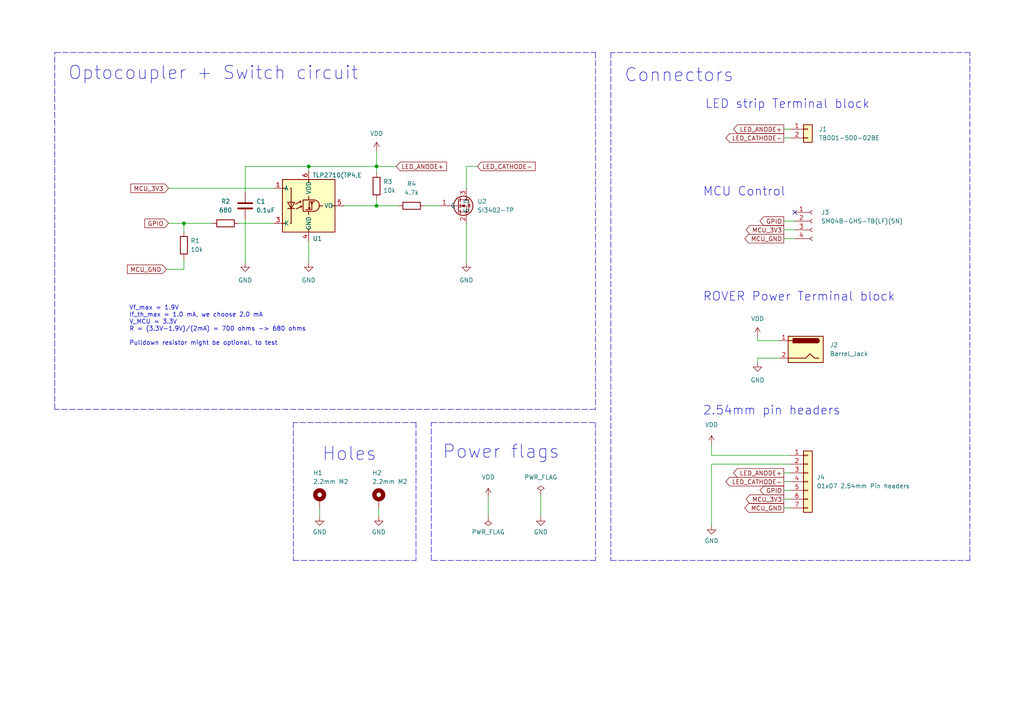
<source format=kicad_sch>
(kicad_sch (version 20211123) (generator eeschema)
  (paper "A4")
  (title_block (title "Isolated LED Switch") (rev "2") (comment 1 "Power supply: 5V") (comment 3 "Author: Vincent Nguyen"))
  (lib_symbols
    (symbol "0_Led_Switch:SI3402-TP"
      (property "Reference" "U" (at 3.175 -1.27 0))
      (property "Value" "SI3402-TP" (at 7.62 1.27 0))
      (symbol "SI3402-TP_0_1"
        (circle (center -0.889 0) (radius 2.794) (stroke (width 0.254)))
        (circle (center 0 -1.778) (radius 0.254) (fill (type outline)))
        (polyline (pts (xy -2.286 0) (xy -5.08 0)))
        (polyline (pts (xy -2.286 1.905) (xy -2.286 -1.905)) (stroke (width 0.254)))
        (polyline (pts (xy -1.778 -1.27) (xy -1.778 -2.286)) (stroke (width 0.254)))
        (polyline (pts (xy -1.778 0.508) (xy -1.778 -0.508)) (stroke (width 0.254)))
        (polyline (pts (xy -1.778 2.286) (xy -1.778 1.27)) (stroke (width 0.254)))
        (polyline (pts (xy 0 2.54) (xy 0 1.778)))
        (polyline (pts (xy 0 -2.54) (xy 0 0) (xy -1.778 0)))
        (polyline (pts (xy -1.778 -1.778) (xy 0.762 -1.778) (xy 0.762 1.778) (xy -1.778 1.778)))
        (polyline (pts (xy -1.524 0) (xy -0.508 0.381) (xy -0.508 -0.381) (xy -1.524 0)) (fill (type outline)))
        (polyline (pts (xy 0.254 0.508) (xy 0.381 0.381) (xy 1.143 0.381) (xy 1.27 0.254)))
        (polyline (pts (xy 0.762 0.381) (xy 0.381 -0.254) (xy 1.143 -0.254) (xy 0.762 0.381)))
        (circle (center 0 1.778) (radius 0.254) (fill (type outline)))
      )
      (symbol "SI3402-TP_1_1"
        (pin input line (at -7.62 0 0) (length 2.54) (name "G") (number "1"))
        (pin passive line (at 0 -5.08 90) (length 2.54) (name "S") (number "2"))
        (pin passive line (at 0 5.08 270) (length 2.54) (name "D") (number "3"))
      )
    )
    (symbol "0_Led_Switch:TLP2710(TP4,E"
      (property "Reference" "U" (at 5.08 -8.89 0))
      (property "Value" "TLP2710(TP4,E" (at 8.89 8.89 0))
      (symbol "TLP2710(TP4,E_0_1"
        (polyline (pts (xy -7.62 -5.08) (xy -6.604 -5.08)) (stroke (width 0.254)))
        (polyline (pts (xy -7.62 5.08) (xy -6.604 5.08)) (stroke (width 0.254)))
        (polyline (pts (xy -5.08 -5.08) (xy -5.334 -5.08)) (stroke (width 0.254)))
        (polyline (pts (xy -5.08 -1.27) (xy -5.08 -5.08)) (stroke (width 0.254)))
        (polyline (pts (xy -5.08 1.27) (xy -5.08 5.08)) (stroke (width 0.254)))
        (polyline (pts (xy -5.08 5.08) (xy -5.334 5.08)) (stroke (width 0.254)))
        (polyline (pts (xy 0 -7.62) (xy 0 -6.604)) (stroke (width 0.254)))
        (polyline (pts (xy 0 -1.651) (xy 0 -2.54)) (stroke (width 0.254)))
        (polyline (pts (xy 0 1.651) (xy 0 2.794)) (stroke (width 0.254)))
        (polyline (pts (xy 0 7.62) (xy 0 6.604)) (stroke (width 0.254)))
        (polyline (pts (xy 3.048 0) (xy 4.064 0)) (stroke (width 0.254)))
        (polyline (pts (xy 7.62 0) (xy 6.604 0)) (stroke (width 0.254)))
      )
      (symbol "TLP2710(TP4,E_1_1"
        (rectangle (start -7.62 7.62) (end 7.62 -7.62) (stroke (width 0.254)) (fill (type background)))
        (polyline (pts (xy -6.096 -0.762) (xy -4.064 -0.762)) (stroke (width 0.254)))
        (polyline (pts (xy -5.08 -0.762) (xy -5.08 -1.27)) (stroke (width 0.254)))
        (polyline (pts (xy -5.08 1.016) (xy -5.08 -0.762)) (stroke (width 0.254)))
        (polyline (pts (xy -5.08 1.016) (xy -5.08 1.397)) (stroke (width 0.254)))
        (polyline (pts (xy -3.81 0.508) (xy -2.286 1.27)) (stroke (width 0.254)))
        (polyline (pts (xy -3.556 -0.889) (xy -2.032 -0.127)) (stroke (width 0.254)))
        (polyline (pts (xy -2.286 1.27) (xy -2.5908 1.3716)) (stroke (width 0.254)))
        (polyline (pts (xy -2.286 1.27) (xy -2.3876 0.9144)) (stroke (width 0.254)))
        (polyline (pts (xy -2.032 -0.127) (xy -2.3368 -0.0254)) (stroke (width 0.254)))
        (polyline (pts (xy -2.032 -0.127) (xy -2.1336 -0.4826)) (stroke (width 0.254)))
        (polyline (pts (xy 0.1524 -0.8382) (xy -0.1016 -0.5842) (xy 0.4064 -0.5842)) (stroke (width 0.254)))
        (polyline (pts (xy 0.9144 0.9398) (xy 0.9144 -1.0922) (xy -0.8636 -1.0922)) (stroke (width 0.254)))
        (polyline (pts (xy -6.096 1.016) (xy -4.064 1.016) (xy -5.08 -0.762) (xy -6.096 1.016)) (stroke (width 0.254)))
        (polyline (pts (xy 0.9144 0.9398) (xy 0.6604 0.6858) (xy 1.1684 0.6858) (xy 0.9144 0.9398)) (stroke (width 0.254)))
        (polyline (pts (xy 1.4224 1.7018) (xy -1.6256 1.7018) (xy -1.6256 -1.6002) (xy 1.4224 -1.6002)) (stroke (width 0.254)))
        (polyline (pts (xy 1.6764 1.1938) (xy 0.1524 1.1938) (xy 0.1524 -0.8382) (xy 0.4064 -0.5842)) (stroke (width 0.254)))
        (arc (start 1.4224 -1.6002) (mid 2.6101 -1.1115) (end 3.0988 0.0762) (stroke (width 0.254)))
        (arc (start 3.0734 0) (mid 2.6011 1.2413) (end 1.3462 1.6764) (stroke (width 0.254)))
        (pin passive line (at -10.16 5.08 0) (length 2.54) (name "A") (number "1"))
        (pin no_connect line (at -7.62 0 0) (length 2.54) hide (name "NC") (number "2"))
        (pin passive line (at -10.16 -5.08 0) (length 2.54) (name "K") (number "3"))
        (pin power_in line (at 0 -10.16 90) (length 2.54) (name "GND") (number "4"))
        (pin output line (at 10.16 0 180) (length 2.54) (name "VO") (number "5"))
        (pin power_in line (at 0 10.16 270) (length 2.54) (name "VDD") (number "6"))
      )
    )
    (symbol "Connector:Barrel_Jack" (pin_names (offset 1.016))
      (property "Reference" "J" (at 0 5.334 0))
      (property "Value" "Barrel_Jack" (at 0 -5.08 0))
      (symbol "Barrel_Jack_0_1"
        (rectangle (start -5.08 3.81) (end 5.08 -3.81) (stroke (width 0.254)) (fill (type background)))
        (arc (start -3.302 3.175) (mid -3.937 2.54) (end -3.302 1.905) (stroke (width 0.254)))
        (arc (start -3.302 3.175) (mid -3.937 2.54) (end -3.302 1.905) (stroke (width 0.254)) (fill (type outline)))
        (polyline (pts (xy 5.08 2.54) (xy 3.81 2.54)) (stroke (width 0.254)))
        (polyline (pts (xy -3.81 -2.54) (xy -2.54 -2.54) (xy -1.27 -1.27) (xy 0 -2.54) (xy 2.54 -2.54) (xy 5.08 -2.54)) (stroke (width 0.254)))
        (rectangle (start 3.683 3.175) (end -3.302 1.905) (stroke (width 0.254)) (fill (type outline)))
      )
      (symbol "Barrel_Jack_1_1"
        (pin passive line (at 7.62 2.54 180) (length 2.54) (name "~") (number "1"))
        (pin passive line (at 7.62 -2.54 180) (length 2.54) (name "~") (number "2"))
      )
    )
    (symbol "Connector:Conn_01x04_Female" (pin_names (offset 1.016) hide)
      (property "Reference" "J" (at 0 5.08 0))
      (property "Value" "Conn_01x04_Female" (at 0 -7.62 0))
      (symbol "Conn_01x04_Female_1_1"
        (arc (start 0 -4.572) (mid -0.508 -5.08) (end 0 -5.588) (stroke (width 0.1524)))
        (arc (start 0 -2.032) (mid -0.508 -2.54) (end 0 -3.048) (stroke (width 0.1524)))
        (polyline (pts (xy -1.27 -5.08) (xy -0.508 -5.08)) (stroke (width 0.1524)))
        (polyline (pts (xy -1.27 -2.54) (xy -0.508 -2.54)) (stroke (width 0.1524)))
        (polyline (pts (xy -1.27 0) (xy -0.508 0)) (stroke (width 0.1524)))
        (polyline (pts (xy -1.27 2.54) (xy -0.508 2.54)) (stroke (width 0.1524)))
        (arc (start 0 0.508) (mid -0.508 0) (end 0 -0.508) (stroke (width 0.1524)))
        (arc (start 0 3.048) (mid -0.508 2.54) (end 0 2.032) (stroke (width 0.1524)))
        (pin passive line (at -5.08 2.54 0) (length 3.81) (name "Pin_1") (number "1"))
        (pin passive line (at -5.08 0 0) (length 3.81) (name "Pin_2") (number "2"))
        (pin passive line (at -5.08 -2.54 0) (length 3.81) (name "Pin_3") (number "3"))
        (pin passive line (at -5.08 -5.08 0) (length 3.81) (name "Pin_4") (number "4"))
      )
    )
    (symbol "Connector_Generic:Conn_01x02" (pin_names (offset 1.016) hide)
      (property "Reference" "J" (at 0 2.54 0))
      (property "Value" "Conn_01x02" (at 0 -5.08 0))
      (symbol "Conn_01x02_1_1"
        (rectangle (start -1.27 -2.413) (end 0 -2.667) (stroke (width 0.1524)))
        (rectangle (start -1.27 0.127) (end 0 -0.127) (stroke (width 0.1524)))
        (rectangle (start -1.27 1.27) (end 1.27 -3.81) (stroke (width 0.254)) (fill (type background)))
        (pin passive line (at -5.08 0 0) (length 3.81) (name "Pin_1") (number "1"))
        (pin passive line (at -5.08 -2.54 0) (length 3.81) (name "Pin_2") (number "2"))
      )
    )
    (symbol "Connector_Generic:Conn_01x07" (pin_names (offset 1.016) hide)
      (property "Reference" "J" (at 0 10.16 0))
      (property "Value" "Conn_01x07" (at 0 -10.16 0))
      (symbol "Conn_01x07_1_1"
        (rectangle (start -1.27 -7.493) (end 0 -7.747) (stroke (width 0.1524)))
        (rectangle (start -1.27 -4.953) (end 0 -5.207) (stroke (width 0.1524)))
        (rectangle (start -1.27 -2.413) (end 0 -2.667) (stroke (width 0.1524)))
        (rectangle (start -1.27 0.127) (end 0 -0.127) (stroke (width 0.1524)))
        (rectangle (start -1.27 2.667) (end 0 2.413) (stroke (width 0.1524)))
        (rectangle (start -1.27 5.207) (end 0 4.953) (stroke (width 0.1524)))
        (rectangle (start -1.27 7.747) (end 0 7.493) (stroke (width 0.1524)))
        (rectangle (start -1.27 8.89) (end 1.27 -8.89) (stroke (width 0.254)) (fill (type background)))
        (pin passive line (at -5.08 7.62 0) (length 3.81) (name "Pin_1") (number "1"))
        (pin passive line (at -5.08 5.08 0) (length 3.81) (name "Pin_2") (number "2"))
        (pin passive line (at -5.08 2.54 0) (length 3.81) (name "Pin_3") (number "3"))
        (pin passive line (at -5.08 0 0) (length 3.81) (name "Pin_4") (number "4"))
        (pin passive line (at -5.08 -2.54 0) (length 3.81) (name "Pin_5") (number "5"))
        (pin passive line (at -5.08 -5.08 0) (length 3.81) (name "Pin_6") (number "6"))
        (pin passive line (at -5.08 -7.62 0) (length 3.81) (name "Pin_7") (number "7"))
      )
    )
    (symbol "Device:C" (pin_numbers hide) (pin_names (offset 0.254))
      (property "Reference" "C" (at 0.635 2.54 0))
      (property "Value" "C" (at 0.635 -2.54 0))
      (symbol "C_0_1"
        (polyline (pts (xy -2.032 -0.762) (xy 2.032 -0.762)) (stroke (width 0.508)))
        (polyline (pts (xy -2.032 0.762) (xy 2.032 0.762)) (stroke (width 0.508)))
      )
      (symbol "C_1_1"
        (pin passive line (at 0 3.81 270) (length 2.794) (name "~") (number "1"))
        (pin passive line (at 0 -3.81 90) (length 2.794) (name "~") (number "2"))
      )
    )
    (symbol "Device:R" (pin_numbers hide) (pin_names (offset 0))
      (property "Reference" "R" (at 2.032 0 90))
      (property "Value" "R" (at 0 0 90))
      (symbol "R_0_1"
        (rectangle (start -1.016 -2.54) (end 1.016 2.54) (stroke (width 0.254)))
      )
      (symbol "R_1_1"
        (pin passive line (at 0 3.81 270) (length 1.27) (name "~") (number "1"))
        (pin passive line (at 0 -3.81 90) (length 1.27) (name "~") (number "2"))
      )
    )
    (symbol "Mechanical:MountingHole_Pad" (pin_numbers hide) (pin_names (offset 1.016) hide)
      (property "Reference" "H" (at 0 6.35 0))
      (property "Value" "MountingHole_Pad" (at 0 4.445 0))
      (symbol "MountingHole_Pad_0_1"
        (circle (center 0 1.27) (radius 1.27) (stroke (width 1.27)))
      )
      (symbol "MountingHole_Pad_1_1"
        (pin input line (at 0 -2.54 90) (length 2.54) (name "1") (number "1"))
      )
    )
    (symbol "power:GND" (power) (pin_names (offset 0))
      (property "Value" "GND" (at 0 -3.81 0))
      (symbol "GND_0_1"
        (polyline (pts (xy 0 0) (xy 0 -1.27) (xy 1.27 -1.27) (xy 0 -2.54) (xy -1.27 -1.27) (xy 0 -1.27)))
      )
      (symbol "GND_1_1"
        (pin power_in line (at 0 0 270) (length 0) hide (name "GND") (number "1"))
      )
    )
    (symbol "power:PWR_FLAG" (power) (pin_numbers hide) (pin_names (offset 0) hide)
      (property "Value" "PWR_FLAG" (at 0 3.81 0))
      (symbol "PWR_FLAG_0_0"
        (pin power_out line (at 0 0 90) (length 0) (name "pwr") (number "1"))
      )
      (symbol "PWR_FLAG_0_1"
        (polyline (pts (xy 0 0) (xy 0 1.27) (xy -1.016 1.905) (xy 0 2.54) (xy 1.016 1.905) (xy 0 1.27)))
      )
    )
    (symbol "power:VDD" (power) (pin_names (offset 0))
      (property "Value" "VDD" (at 0 3.81 0))
      (symbol "VDD_0_1"
        (polyline (pts (xy -0.762 1.27) (xy 0 2.54)))
        (polyline (pts (xy 0 0) (xy 0 2.54)))
        (polyline (pts (xy 0 2.54) (xy 0.762 1.27)))
      )
      (symbol "VDD_1_1"
        (pin power_in line (at 0 0 90) (length 0) hide (name "VDD") (number "1"))
      )
    )
  )
  (junction (at 89.535 48.26))
  (junction (at 109.22 48.26))
  (junction (at 109.22 59.69))
  (junction (at 53.34 64.77))
  (no_connect (at 230.505 61.595))
  (polyline (pts (xy 15.875 118.745) (xy 15.875 15.24)))
  (wire (pts (xy 227.33 64.135) (xy 230.505 64.135)))
  (wire (pts (xy 109.22 59.69) (xy 115.57 59.69)))
  (polyline (pts (xy 125.095 162.56) (xy 125.095 122.555)))
  (wire (pts (xy 71.12 48.26) (xy 89.535 48.26)))
  (wire (pts (xy 114.935 48.26) (xy 109.22 48.26)))
  (wire (pts (xy 206.375 134.62) (xy 229.235 134.62)))
  (wire (pts (xy 227.33 139.7) (xy 229.235 139.7)))
  (wire (pts (xy 138.43 48.26) (xy 135.255 48.26)))
  (polyline (pts (xy 177.165 162.56) (xy 281.305 162.56)))
  (wire (pts (xy 227.33 137.16) (xy 229.235 137.16)))
  (wire (pts (xy 109.22 59.69) (xy 109.22 57.785)))
  (polyline (pts (xy 85.09 122.555) (xy 85.09 162.56)))
  (wire (pts (xy 206.375 152.4) (xy 206.375 134.62)))
  (wire (pts (xy 109.22 48.26) (xy 109.22 50.165)))
  (wire (pts (xy 109.855 147.32) (xy 109.855 149.86)))
  (wire (pts (xy 109.22 43.815) (xy 109.22 48.26)))
  (wire (pts (xy 227.33 40.005) (xy 229.235 40.005)))
  (polyline (pts (xy 281.305 15.24) (xy 177.165 15.24)))
  (polyline (pts (xy 15.875 15.24) (xy 172.72 15.24)))
  (wire (pts (xy 227.33 69.215) (xy 230.505 69.215)))
  (polyline (pts (xy 85.09 162.56) (xy 120.65 162.56)))
  (wire (pts (xy 99.695 59.69) (xy 109.22 59.69)))
  (polyline (pts (xy 120.65 122.555) (xy 120.65 162.56)))
  (wire (pts (xy 156.845 143.51) (xy 156.845 149.86)))
  (polyline (pts (xy 172.72 122.555) (xy 172.72 162.56)))
  (wire (pts (xy 227.33 37.465) (xy 229.235 37.465)))
  (wire (pts (xy 48.26 78.105) (xy 53.34 78.105)))
  (polyline (pts (xy 281.305 162.56) (xy 281.305 15.24)))
  (polyline (pts (xy 120.65 122.555) (xy 85.09 122.555)))
  (polyline (pts (xy 172.72 162.56) (xy 125.095 162.56)))
  (polyline (pts (xy 125.095 122.555) (xy 172.72 122.555)))
  (wire (pts (xy 48.895 64.77) (xy 53.34 64.77)))
  (wire (pts (xy 227.33 142.24) (xy 229.235 142.24)))
  (wire (pts (xy 206.375 128.905) (xy 206.375 132.08)))
  (wire (pts (xy 69.215 64.77) (xy 79.375 64.77)))
  (wire (pts (xy 71.12 55.88) (xy 71.12 48.26)))
  (wire (pts (xy 89.535 48.26) (xy 109.22 48.26)))
  (wire (pts (xy 135.255 64.77) (xy 135.255 76.2)))
  (wire (pts (xy 92.71 147.32) (xy 92.71 149.86)))
  (polyline (pts (xy 172.72 15.24) (xy 172.72 118.745)))
  (wire (pts (xy 219.71 105.156) (xy 219.71 103.886)))
  (polyline (pts (xy 177.165 15.24) (xy 177.165 162.56)))
  (wire (pts (xy 219.71 98.806) (xy 226.06 98.806)))
  (wire (pts (xy 48.895 54.61) (xy 79.375 54.61)))
  (polyline (pts (xy 172.72 118.745) (xy 15.875 118.745)))
  (wire (pts (xy 135.255 48.26) (xy 135.255 54.61)))
  (wire (pts (xy 219.71 97.536) (xy 219.71 98.806)))
  (wire (pts (xy 219.71 103.886) (xy 226.06 103.886)))
  (wire (pts (xy 141.605 144.145) (xy 141.605 149.86)))
  (wire (pts (xy 227.33 66.675) (xy 230.505 66.675)))
  (wire (pts (xy 89.535 69.85) (xy 89.535 76.2)))
  (wire (pts (xy 123.19 59.69) (xy 127.635 59.69)))
  (wire (pts (xy 227.33 144.78) (xy 229.235 144.78)))
  (wire (pts (xy 89.535 48.26) (xy 89.535 49.53)))
  (wire (pts (xy 53.34 64.77) (xy 53.34 67.31)))
  (wire (pts (xy 53.34 64.77) (xy 61.595 64.77)))
  (wire (pts (xy 227.33 147.32) (xy 229.235 147.32)))
  (wire (pts (xy 71.12 63.5) (xy 71.12 76.2)))
  (wire (pts (xy 206.375 132.08) (xy 229.235 132.08)))
  (wire (pts (xy 53.34 78.105) (xy 53.34 74.93)))
  (text "Connectors" (at 180.975 24.13 0) (effects (font (size 3.81 3.81)) (justify left bottom)))
  (text "Holes" (at 93.345 133.985 0) (effects (font (size 3.81 3.81)) (justify left bottom)))
  (text "Vf_max = 1.9V\nIf_th_max = 1.0 mA, we choose 2.0 mA\nV_MCU = 3.3V\nR = (3.3V-1.9V)/(2mA) = 700 ohms -> 680 ohms\n\nPulldown resistor might be optional, to test" (at 37.465 100.33 0) (effects (font (size 1.27 1.27)) (justify left bottom)))
  (text "2.54mm pin headers" (at 203.835 120.65 0) (effects (font (size 2.54 2.54)) (justify left bottom)))
  (text "Power flags" (at 128.27 133.35 0) (effects (font (size 3.81 3.81)) (justify left bottom)))
  (text "Optocoupler + Switch circuit" (at 19.685 23.495 0) (effects (font (size 3.81 3.81)) (justify left bottom)))
  (text "MCU Control" (at 203.835 57.15 0) (effects (font (size 2.54 2.54)) (justify left bottom)))
  (text "ROVER Power Terminal block" (at 203.835 87.63 0) (effects (font (size 2.54 2.54)) (justify left bottom)))
  (text "LED strip Terminal block" (at 204.47 31.75 0) (effects (font (size 2.54 2.54)) (justify left bottom)))
  (global_label "MCU_3V3" (shape input) (at 48.895 54.61 180) (property "Intersheet References" "${INTERSHEET_REFS}" (effects hide)))
  (global_label "MCU_GND" (shape input) (at 48.26 78.105 180) (property "Intersheet References" "${INTERSHEET_REFS}" (effects hide)))
  (global_label "LED_CATHODE-" (shape input) (at 138.43 48.26 0) (property "Intersheet References" "${INTERSHEET_REFS}" (effects hide)))
  (global_label "LED_ANODE+" (shape output) (at 227.33 37.465 180) (property "Intersheet References" "${INTERSHEET_REFS}" (effects hide)))
  (global_label "GPIO" (shape output) (at 227.33 64.135 180) (property "Intersheet References" "${INTERSHEET_REFS}" (effects hide)))
  (global_label "MCU_GND" (shape output) (at 227.33 147.32 180) (property "Intersheet References" "${INTERSHEET_REFS}" (effects hide)))
  (global_label "MCU_3V3" (shape output) (at 227.33 144.78 180) (property "Intersheet References" "${INTERSHEET_REFS}" (effects hide)))
  (global_label "LED_CATHODE-" (shape output) (at 227.33 139.7 180) (property "Intersheet References" "${INTERSHEET_REFS}" (effects hide)))
  (global_label "GPIO" (shape output) (at 227.33 142.24 180) (property "Intersheet References" "${INTERSHEET_REFS}" (effects hide)))
  (global_label "LED_ANODE+" (shape output) (at 227.33 137.16 180) (property "Intersheet References" "${INTERSHEET_REFS}" (effects hide)))
  (global_label "LED_ANODE+" (shape input) (at 114.935 48.26 0) (property "Intersheet References" "${INTERSHEET_REFS}" (effects hide)))
  (global_label "GPIO" (shape input) (at 48.895 64.77 180) (property "Intersheet References" "${INTERSHEET_REFS}" (effects hide)))
  (global_label "LED_CATHODE-" (shape output) (at 227.33 40.005 180) (property "Intersheet References" "${INTERSHEET_REFS}" (effects hide)))
  (global_label "MCU_3V3" (shape output) (at 227.33 66.675 180) (property "Intersheet References" "${INTERSHEET_REFS}" (effects hide)))
  (global_label "MCU_GND" (shape output) (at 227.33 69.215 180) (property "Intersheet References" "${INTERSHEET_REFS}" (effects hide)))
  (symbol (lib_id "Device:R") (at 109.22 53.975 0) (unit 1)
    (property "Reference" "R3" (at 111.125 52.7049 0) (effects (justify left)))
    (property "Value" "10k" (at 111.125 55.2449 0) (effects (justify left)))
    (property "Footprint" "Resistor_SMD:R_0805_2012Metric" (effects hide))
    (property "Datasheet" "https://www.mouser.ch/datasheet/2/414/TTRB_S_A0012915158_1-2565570.pdf" (effects hide))
    (property "Package" "0805 (2012 metric)" (effects hide))
    (property "Mouser ref" "756-WCR0805-10KFI" (effects hide))
    (property "Manufacturer ref" "WCR0805-10KFI" (effects hide))
  )
  (symbol (lib_id "Mechanical:MountingHole_Pad") (at 109.855 144.78 0) (unit 1) (in_bom no)
    (property "Reference" "H2" (at 107.95 137.16 0) (effects (justify left)))
    (property "Value" "2.2mm M2" (at 107.95 139.7 0) (effects (justify left)))
    (property "Footprint" "MountingHole:MountingHole_2.2mm_M2_Pad" (effects hide))
  )
  (symbol (lib_id "power:PWR_FLAG") (at 141.605 149.86 180) (unit 1)
    (property "Reference" "#FLG0101" (effects hide))
    (property "Value" "PWR_FLAG" (at 141.605 154.305 0))
  )
  (symbol (lib_id "power:GND") (at 92.71 149.86 0) (unit 1)
    (property "Reference" "#PWR0103" (effects hide))
    (property "Value" "GND" (at 92.71 154.305 0))
  )
  (symbol (lib_id "power:VDD") (at 206.375 128.905 0) (unit 1)
    (property "Reference" "#PWR07" (effects hide))
    (property "Value" "VDD" (at 206.375 123.19 0))
  )
  (symbol (lib_id "0_Led_Switch:TLP2710(TP4,E") (at 89.535 59.69 0) (unit 1)
    (property "Reference" "U1" (at 92.075 69.215 0))
    (property "Value" "TLP2710(TP4,E" (at 97.79 50.8 0))
    (property "Footprint" "0_lib_fp:SO6L(LF4)" (effects hide))
    (property "Datasheet" "https://www.mouser.ch/datasheet/2/408/TLP2710_datasheet_en_20180309-1594809.pdf" (effects hide))
    (property "Package" "SO6L(LF4)" (effects hide))
    (property "Mouser ref" "757-TLP2710TP4E" (effects hide))
    (property "Manufacturer ref" "TLP2710(TP4,E" (effects hide))
  )
  (symbol (lib_id "power:GND") (at 71.12 76.2 0) (unit 1)
    (property "Reference" "#PWR01" (effects hide))
    (property "Value" "GND" (at 71.12 81.28 0))
  )
  (symbol (lib_id "Connector_Generic:Conn_01x07") (at 234.315 139.7 0) (unit 1) (in_bom no)
    (property "Reference" "J4" (at 236.855 138.4299 0) (effects (justify left)))
    (property "Value" "01x07 2.54mm Pin headers" (at 236.855 140.9699 0) (effects (justify left)))
    (property "Footprint" "Connector_PinHeader_2.54mm:PinHeader_1x07_P2.54mm_Vertical" (effects hide))
  )
  (symbol (lib_id "power:GND") (at 135.255 76.2 0) (unit 1)
    (property "Reference" "#PWR04" (effects hide))
    (property "Value" "GND" (at 135.255 81.28 0))
  )
  (symbol (lib_id "Device:R") (at 65.405 64.77 90) (unit 1)
    (property "Reference" "R2" (at 65.405 58.42 90))
    (property "Value" "680" (at 65.405 60.96 90))
    (property "Footprint" "Resistor_SMD:R_0805_2012Metric" (effects hide))
    (property "Datasheet" "https://www.mouser.ch/datasheet/2/427/crcwce3-1762584.pdf" (effects hide))
    (property "Package" "0805 (2012 metric)" (effects hide))
    (property "Mouser ref" "71-CRCW0805680RFKEAC" (effects hide))
    (property "Manufacturer ref" "CRCW0805680RFKEAC" (effects hide))
  )
  (symbol (lib_id "Mechanical:MountingHole_Pad") (at 92.71 144.78 0) (unit 1) (in_bom no)
    (property "Reference" "H1" (at 90.805 137.16 0) (effects (justify left)))
    (property "Value" "2.2mm M2" (at 90.805 139.7 0) (effects (justify left)))
    (property "Footprint" "MountingHole:MountingHole_2.2mm_M2_Pad" (effects hide))
  )
  (symbol (lib_id "power:GND") (at 206.375 152.4 0) (unit 1)
    (property "Reference" "#PWR08" (effects hide))
    (property "Value" "GND" (at 206.375 156.845 0))
  )
  (symbol (lib_id "power:GND") (at 156.845 149.86 0) (unit 1)
    (property "Reference" "#PWR0101" (effects hide))
    (property "Value" "GND" (at 156.845 154.305 0))
  )
  (symbol (lib_id "power:VDD") (at 109.22 43.815 0) (unit 1)
    (property "Reference" "#PWR03" (effects hide))
    (property "Value" "VDD" (at 109.22 38.735 0))
  )
  (symbol (lib_id "power:VDD") (at 219.71 97.536 0) (unit 1)
    (property "Reference" "#PWR05" (effects hide))
    (property "Value" "VDD" (at 219.71 92.456 0))
  )
  (symbol (lib_id "Device:R") (at 119.38 59.69 90) (unit 1)
    (property "Reference" "R4" (at 119.38 53.34 90))
    (property "Value" "4.7k" (at 119.38 55.88 90))
    (property "Footprint" "Resistor_SMD:R_0805_2012Metric" (effects hide))
    (property "Datasheet" "https://www.mouser.ch/datasheet/2/414/TTRB_S_A0012915158_1-2565570.pdf" (effects hide))
    (property "Package" "0805 (2012 metric)" (effects hide))
    (property "Mouser ref" "756-WCR0805-4K7FI" (effects hide))
    (property "Manufacturer ref" "WCR0805-4K7FI" (effects hide))
  )
  (symbol (lib_id "Device:R") (at 53.34 71.12 0) (unit 1)
    (property "Reference" "R1" (at 55.245 69.8499 0) (effects (justify left)))
    (property "Value" "10k" (at 55.245 72.3899 0) (effects (justify left)))
    (property "Footprint" "Resistor_SMD:R_0805_2012Metric" (effects hide))
    (property "Datasheet" "https://www.mouser.ch/datasheet/2/414/TTRB_S_A0012915158_1-2565570.pdf" (effects hide))
    (property "Package" "0805 (2012 metric)" (effects hide))
    (property "Mouser ref" "756-WCR0805-10KFI" (effects hide))
    (property "Manufacturer ref" "WCR0805-10KFI" (effects hide))
  )
  (symbol (lib_id "Connector:Barrel_Jack") (at 233.68 101.346 0) (mirror y) (unit 1)
    (property "Reference" "J2" (at 240.665 100.0759 0) (effects (justify right)))
    (property "Value" "Barrel_Jack" (at 240.665 102.6159 0) (effects (justify right)))
    (property "Footprint" "Connector_BarrelJack:BarrelJack_CUI_PJ-102AH_Horizontal" (effects hide))
    (property "Datasheet" "https://www.mouser.ch/datasheet/2/670/pj_102ah-1778518.pdf" (effects hide))
    (property "Mouser ref" "490-PJ-102AH" (effects hide))
    (property "Manufacturer ref" "PJ-102AH" (effects hide))
  )
  (symbol (lib_id "0_Led_Switch:SI3402-TP") (at 135.255 59.69 0) (unit 1)
    (property "Reference" "U2" (at 138.43 58.4199 0) (effects (justify left)))
    (property "Value" "SI3402-TP" (at 138.43 60.9599 0) (effects (justify left)))
    (property "Footprint" "Package_TO_SOT_SMD:SOT-23" (effects hide))
    (property "Datasheet" "https://www.mouser.ch/datasheet/2/258/SI3402_SOT_23_-2510736.pdf" (effects hide))
    (property "Package" "SOT23-3" (effects hide))
    (property "Mouser ref" "833-SI3402-TP" (effects hide))
    (property "Manufacturer ref" "SI3402-TP" (effects hide))
    (property "Comments" "We already have some in stock" (effects hide))
  )
  (symbol (lib_id "Connector:Conn_01x04_Female") (at 235.585 64.135 0) (unit 1)
    (property "Reference" "J3" (at 238.125 61.595 0) (effects (justify left)))
    (property "Value" "SM04B-GHS-TB(LF)(SN)" (at 238.125 64.135 0) (effects (justify left)))
    (property "Footprint" "Connector_JST:JST_GH_SM04B-GHS-TB_1x04-1MP_P1.25mm_Horizontal" (effects hide))
    (property "Datasheet" "https://www.jst-mfg.com/product/pdf/eng/eGH.pdf" (effects hide))
    (property "Comments" "I think we already have enough stock" (effects hide))
  )
  (symbol (lib_id "power:PWR_FLAG") (at 156.845 143.51 0) (unit 1)
    (property "Reference" "#FLG0102" (effects hide))
    (property "Value" "PWR_FLAG" (at 156.845 138.43 0))
  )
  (symbol (lib_id "Connector_Generic:Conn_01x02") (at 234.315 37.465 0) (unit 1)
    (property "Reference" "J1" (at 237.49 37.4649 0) (effects (justify left)))
    (property "Value" "TB001-500-02BE" (at 237.49 40.0049 0) (effects (justify left)))
    (property "Footprint" "0_lib_fp:TB001-500-02BE" (effects hide))
    (property "Datasheet" "https://www.mouser.ch/datasheet/2/670/tb001_500-2306989.pdf" (effects hide))
    (property "Mouser ref" "490-TB001-500-02BE" (effects hide))
    (property "Manufacturer ref" "TB001-500-02BE" (effects hide))
  )
  (symbol (lib_id "power:GND") (at 219.71 105.156 0) (unit 1)
    (property "Reference" "#PWR06" (effects hide))
    (property "Value" "GND" (at 219.71 110.236 0))
  )
  (symbol (lib_id "power:VDD") (at 141.605 144.145 0) (unit 1)
    (property "Reference" "#PWR0102" (effects hide))
    (property "Value" "VDD" (at 141.605 138.43 0))
  )
  (symbol (lib_id "power:GND") (at 109.855 149.86 0) (unit 1)
    (property "Reference" "#PWR0104" (effects hide))
    (property "Value" "GND" (at 109.855 154.305 0))
  )
  (symbol (lib_id "Device:C") (at 71.12 59.69 0) (unit 1)
    (property "Reference" "C1" (at 74.295 58.4262 0) (effects (justify left)))
    (property "Value" "0.1uF" (at 74.295 60.9662 0) (effects (justify left)))
    (property "Footprint" "Capacitor_SMD:C_0805_2012Metric" (effects hide))
    (property "Datasheet" "https://www.mouser.ch/datasheet/2/585/MLCC-1837944.pdf" (effects hide))
    (property "Package" "0805 (2012 metric)" (effects hide))
    (property "Mouser ref" "187-CL21B104KACNNNC" (effects hide))
    (property "Manufacturer ref" "CL21B104KACNNNC" (effects hide))
    (property "Comments" "We already have some stock" (effects hide))
  )
  (symbol (lib_id "power:GND") (at 89.535 76.2 0) (unit 1)
    (property "Reference" "#PWR02" (effects hide))
    (property "Value" "GND" (at 89.535 81.28 0))
  )
)
</source>
